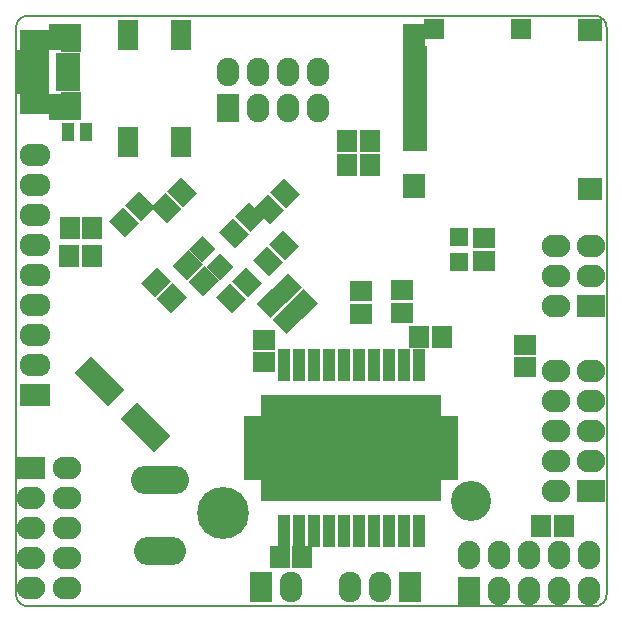
<source format=gts>
%FSLAX34Y34*%
G04 Gerber Fmt 3.4, Leading zero omitted, Abs format*
G04 (created by PCBNEW (2013-11-08 BZR 4448)-product) date 2013-12-08T10:58:15 CET*
%MOIN*%
G01*
G70*
G90*
G04 APERTURE LIST*
%ADD10C,0.005906*%
%ADD11C,0.133858*%
%ADD12R,0.084648X0.031448*%
%ADD13R,0.114148X0.071848*%
%ADD14R,0.070848X0.094448*%
%ADD15R,0.112248X0.066948*%
%ADD16R,0.043348X0.087648*%
%ADD17R,0.070848X0.098448*%
%ADD18R,0.081848X0.047248*%
%ADD19R,0.074848X0.078748*%
%ADD20R,0.074848X0.082648*%
%ADD21R,0.082648X0.074848*%
%ADD22R,0.066948X0.066548*%
%ADD23R,0.070848X0.066548*%
%ADD24R,0.040748X0.060748*%
%ADD25R,0.062948X0.062948*%
%ADD26R,0.075748X0.102348*%
%ADD27O,0.075748X0.102348*%
%ADD28R,0.094448X0.075748*%
%ADD29O,0.094448X0.075748*%
%ADD30R,0.075748X0.094448*%
%ADD31O,0.075748X0.094448*%
%ADD32R,0.102348X0.075748*%
%ADD33O,0.102348X0.075748*%
%ADD34R,0.066948X0.074748*%
%ADD35R,0.074748X0.066948*%
%ADD36R,0.043307X0.110236*%
%ADD37R,0.712598X0.212598*%
%ADD38R,0.598425X0.354331*%
%ADD39C,0.173228*%
%ADD40O,0.173248X0.094448*%
%ADD41O,0.192948X0.094448*%
G04 APERTURE END LIST*
G54D10*
X42913Y-43307D02*
G75*
G03X43307Y-42913I0J393D01*
G74*
G01*
X23622Y-42913D02*
G75*
G03X24015Y-43307I393J0D01*
G74*
G01*
X24015Y-23622D02*
G75*
G03X23622Y-24015I0J-393D01*
G74*
G01*
X43307Y-24015D02*
G75*
G03X42913Y-23622I-393J0D01*
G74*
G01*
X23622Y-42913D02*
X23622Y-24015D01*
X42913Y-43307D02*
X24015Y-43307D01*
X43307Y-24015D02*
X43307Y-42913D01*
X24015Y-23622D02*
X42913Y-23622D01*
G54D11*
X38779Y-39803D03*
G54D12*
X25362Y-24988D03*
X25362Y-25244D03*
X25362Y-25500D03*
X25362Y-25756D03*
X25362Y-26012D03*
G54D13*
X24152Y-25121D03*
X24152Y-25879D03*
G54D14*
X25443Y-24358D03*
X25443Y-26642D03*
G54D15*
X24309Y-24427D03*
G54D16*
X24919Y-24324D03*
X24919Y-26676D03*
G54D15*
X24309Y-26573D03*
G54D17*
X29136Y-24259D03*
X29136Y-27841D03*
X27364Y-24259D03*
X27364Y-27841D03*
G54D18*
X36931Y-27892D03*
X36931Y-27459D03*
X36931Y-27026D03*
X36931Y-26593D03*
X36931Y-26159D03*
X36931Y-25726D03*
X36931Y-25293D03*
X36931Y-24860D03*
G54D19*
X36896Y-24305D03*
G54D20*
X36896Y-29289D03*
G54D21*
X42742Y-24093D03*
X42742Y-29407D03*
G54D22*
X37545Y-24051D03*
G54D23*
X40459Y-24051D03*
G54D24*
X25350Y-27500D03*
X25950Y-27500D03*
G54D25*
X38385Y-31830D03*
X38385Y-31004D03*
G54D10*
G36*
X29380Y-31400D02*
X29826Y-30955D01*
X30271Y-31400D01*
X29826Y-31845D01*
X29380Y-31400D01*
X29380Y-31400D01*
G37*
G36*
X29965Y-31984D02*
X30410Y-31539D01*
X30855Y-31984D01*
X30410Y-32430D01*
X29965Y-31984D01*
X29965Y-31984D01*
G37*
G54D26*
X36748Y-42677D03*
G54D27*
X35748Y-42677D03*
X34748Y-42677D03*
G54D28*
X24126Y-38708D03*
G54D29*
X25322Y-38708D03*
X24126Y-39708D03*
X25322Y-39708D03*
X24126Y-40708D03*
X25322Y-40708D03*
X24126Y-41708D03*
X25322Y-41708D03*
X24126Y-42708D03*
X25322Y-42708D03*
G54D30*
X38708Y-42802D03*
G54D31*
X38708Y-41606D03*
X39708Y-42802D03*
X39708Y-41606D03*
X40708Y-42802D03*
X40708Y-41606D03*
X41708Y-42802D03*
X41708Y-41606D03*
X42708Y-42802D03*
X42708Y-41606D03*
G54D28*
X42802Y-39480D03*
G54D29*
X41606Y-39480D03*
X42802Y-38480D03*
X41606Y-38480D03*
X42802Y-37480D03*
X41606Y-37480D03*
X42802Y-36480D03*
X41606Y-36480D03*
X42802Y-35480D03*
X41606Y-35480D03*
G54D26*
X31783Y-42677D03*
G54D27*
X32783Y-42677D03*
G54D30*
X30700Y-26698D03*
G54D31*
X30700Y-25502D03*
X31700Y-26698D03*
X31700Y-25502D03*
X32700Y-26698D03*
X32700Y-25502D03*
X33700Y-26698D03*
X33700Y-25502D03*
G54D32*
X24250Y-36250D03*
G54D33*
X24250Y-35250D03*
X24250Y-34250D03*
X24250Y-33250D03*
X24250Y-32250D03*
X24250Y-31250D03*
X24250Y-30250D03*
X24250Y-29250D03*
X24250Y-28250D03*
G54D28*
X42802Y-33283D03*
G54D29*
X41606Y-33283D03*
X42802Y-32283D03*
X41606Y-32283D03*
X42802Y-31283D03*
X41606Y-31283D03*
G54D10*
G36*
X31434Y-30826D02*
X30905Y-30297D01*
X31379Y-29824D01*
X31907Y-30352D01*
X31434Y-30826D01*
X31434Y-30826D01*
G37*
G36*
X30904Y-31356D02*
X30375Y-30828D01*
X30848Y-30354D01*
X31377Y-30883D01*
X30904Y-31356D01*
X30904Y-31356D01*
G37*
G36*
X32576Y-31771D02*
X32047Y-31242D01*
X32521Y-30769D01*
X33049Y-31297D01*
X32576Y-31771D01*
X32576Y-31771D01*
G37*
G36*
X32045Y-32301D02*
X31517Y-31773D01*
X31990Y-31299D01*
X32519Y-31828D01*
X32045Y-32301D01*
X32045Y-32301D01*
G37*
G36*
X31355Y-32991D02*
X30827Y-32463D01*
X31300Y-31989D01*
X31829Y-32518D01*
X31355Y-32991D01*
X31355Y-32991D01*
G37*
G36*
X30825Y-33522D02*
X30296Y-32993D01*
X30770Y-32520D01*
X31298Y-33048D01*
X30825Y-33522D01*
X30825Y-33522D01*
G37*
G36*
X28307Y-33068D02*
X28836Y-32539D01*
X29309Y-33013D01*
X28780Y-33541D01*
X28307Y-33068D01*
X28307Y-33068D01*
G37*
G36*
X27777Y-32538D02*
X28305Y-32009D01*
X28779Y-32482D01*
X28250Y-33011D01*
X27777Y-32538D01*
X27777Y-32538D01*
G37*
G36*
X29190Y-29999D02*
X28661Y-29471D01*
X29135Y-28997D01*
X29663Y-29526D01*
X29190Y-29999D01*
X29190Y-29999D01*
G37*
G36*
X28660Y-30529D02*
X28131Y-30001D01*
X28604Y-29527D01*
X29133Y-30056D01*
X28660Y-30529D01*
X28660Y-30529D01*
G37*
G36*
X32030Y-29567D02*
X32558Y-30095D01*
X32085Y-30569D01*
X31556Y-30040D01*
X32030Y-29567D01*
X32030Y-29567D01*
G37*
G36*
X32560Y-29037D02*
X33088Y-29565D01*
X32615Y-30038D01*
X32087Y-29510D01*
X32560Y-29037D01*
X32560Y-29037D01*
G37*
G36*
X27187Y-30000D02*
X27716Y-30528D01*
X27242Y-31002D01*
X26714Y-30473D01*
X27187Y-30000D01*
X27187Y-30000D01*
G37*
G36*
X27717Y-29470D02*
X28246Y-29998D01*
X27773Y-30472D01*
X27244Y-29943D01*
X27717Y-29470D01*
X27717Y-29470D01*
G37*
G54D34*
X37065Y-34330D03*
X37815Y-34330D03*
G54D35*
X35118Y-33563D03*
X35118Y-32813D03*
G54D34*
X34664Y-28582D03*
X35414Y-28582D03*
X25412Y-30708D03*
X26162Y-30708D03*
X26142Y-31633D03*
X25392Y-31633D03*
X34664Y-27795D03*
X35414Y-27795D03*
G54D35*
X39212Y-31042D03*
X39212Y-31792D03*
G54D10*
G36*
X29370Y-32497D02*
X29899Y-31968D01*
X30372Y-32442D01*
X29843Y-32970D01*
X29370Y-32497D01*
X29370Y-32497D01*
G37*
G36*
X28840Y-31967D02*
X29368Y-31438D01*
X29842Y-31911D01*
X29313Y-32440D01*
X28840Y-31967D01*
X28840Y-31967D01*
G37*
G54D34*
X33170Y-41653D03*
X32420Y-41653D03*
G54D35*
X31889Y-34428D03*
X31889Y-35178D03*
G54D34*
X41121Y-40629D03*
X41871Y-40629D03*
G54D35*
X40590Y-35335D03*
X40590Y-34585D03*
X36496Y-32774D03*
X36496Y-33524D03*
G54D36*
X32553Y-40787D03*
X33053Y-40787D03*
X33553Y-40787D03*
X34053Y-40787D03*
X34553Y-40787D03*
X35053Y-40787D03*
X35553Y-40787D03*
X36053Y-40787D03*
X36553Y-40787D03*
X37053Y-40787D03*
X37053Y-35275D03*
X36553Y-35275D03*
X36053Y-35275D03*
X35553Y-35275D03*
X35053Y-35275D03*
X34553Y-35275D03*
X34053Y-35275D03*
X33553Y-35275D03*
X33053Y-35275D03*
X32553Y-35275D03*
G54D37*
X34803Y-38031D03*
G54D38*
X34803Y-38031D03*
G54D10*
G36*
X27096Y-37062D02*
X27652Y-36505D01*
X28766Y-37618D01*
X28209Y-38175D01*
X27096Y-37062D01*
X27096Y-37062D01*
G37*
G36*
X25564Y-35530D02*
X26121Y-34973D01*
X27234Y-36087D01*
X26677Y-36644D01*
X25564Y-35530D01*
X25564Y-35530D01*
G37*
G54D39*
X30512Y-40196D03*
G54D40*
X28425Y-41476D03*
G54D41*
X28425Y-39113D03*
G54D10*
G36*
X32677Y-33245D02*
X33206Y-32716D01*
X33679Y-33190D01*
X33150Y-33718D01*
X32677Y-33245D01*
X32677Y-33245D01*
G37*
G36*
X32147Y-32715D02*
X32675Y-32186D01*
X33149Y-32660D01*
X32620Y-33188D01*
X32147Y-32715D01*
X32147Y-32715D01*
G37*
G36*
X32165Y-33757D02*
X32694Y-33228D01*
X33167Y-33702D01*
X32639Y-34230D01*
X32165Y-33757D01*
X32165Y-33757D01*
G37*
G36*
X31635Y-33226D02*
X32163Y-32698D01*
X32637Y-33171D01*
X32108Y-33700D01*
X31635Y-33226D01*
X31635Y-33226D01*
G37*
M02*

</source>
